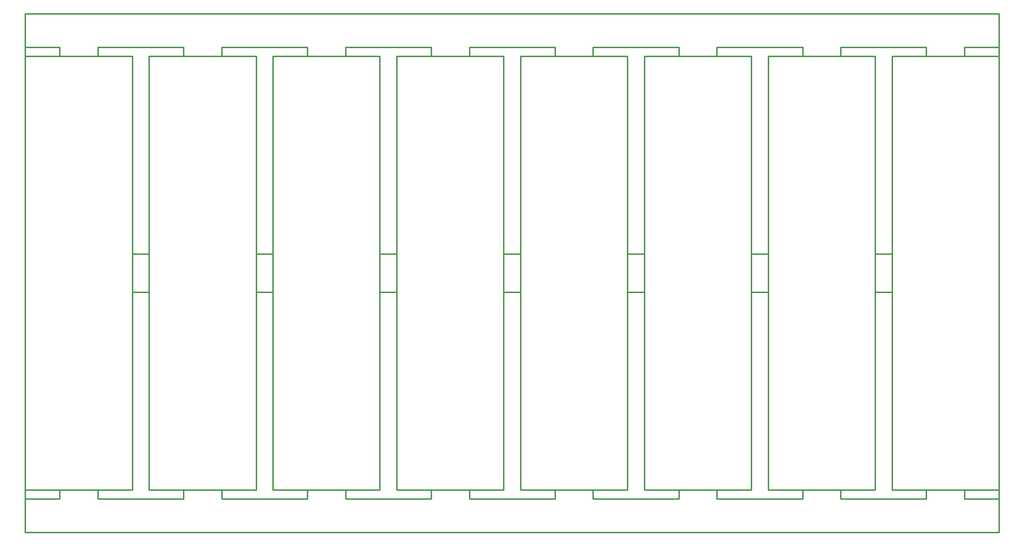
<source format=gko>
G04 Layer: BoardOutlineLayer*
G04 EasyEDA v6.5.23, 2023-06-10 18:06:06*
G04 005a25b84e7a4af980d47e0bcec97dff,5a6b42c53f6a479593ecc07194224c93,10*
G04 Gerber Generator version 0.2*
G04 Scale: 100 percent, Rotated: No, Reflected: No *
G04 Dimensions in millimeters *
G04 leading zeros omitted , absolute positions ,4 integer and 5 decimal *
%FSLAX45Y45*%
%MOMM*%

%ADD10C,0.2540*%
D10*
X50800Y8674100D02*
G01*
X1968500Y8674100D01*
X1968500Y889000D01*
X50800Y889000D01*
X50800Y8674100D01*
X2268499Y8674100D02*
G01*
X4186199Y8674100D01*
X4186199Y889000D01*
X2268499Y889000D01*
X2268499Y8674100D01*
X4486198Y8674100D02*
G01*
X6403898Y8674100D01*
X6403898Y889000D01*
X4486198Y889000D01*
X4486198Y8674100D01*
X6703898Y8674100D02*
G01*
X8621598Y8674100D01*
X8621598Y889000D01*
X6703898Y889000D01*
X6703898Y8674100D01*
X8921597Y8674100D02*
G01*
X10839297Y8674100D01*
X10839297Y889000D01*
X8921597Y889000D01*
X8921597Y8674100D01*
X11139297Y8674100D02*
G01*
X13056997Y8674100D01*
X13056997Y889000D01*
X11139297Y889000D01*
X11139297Y8674100D01*
X13356996Y8674100D02*
G01*
X15274696Y8674100D01*
X15274696Y889000D01*
X13356996Y889000D01*
X13356996Y8674100D01*
X15574695Y8674100D02*
G01*
X17492395Y8674100D01*
X17492395Y889000D01*
X15574695Y889000D01*
X15574695Y8674100D01*
X50800Y9434098D02*
G01*
X17492395Y9434098D01*
X17492395Y129001D01*
X50800Y129001D01*
X50800Y9434098D01*
X667646Y8834099D02*
G01*
X50800Y8834099D01*
X667646Y729000D02*
G01*
X50800Y729000D01*
X2885346Y8834099D02*
G01*
X1351655Y8834099D01*
X2885346Y729000D02*
G01*
X1351655Y729000D01*
X5103045Y8834099D02*
G01*
X3569355Y8834099D01*
X5103045Y729000D02*
G01*
X3569355Y729000D01*
X7320744Y8834099D02*
G01*
X5787054Y8834099D01*
X7320744Y729000D02*
G01*
X5787054Y729000D01*
X9538444Y8834099D02*
G01*
X8004754Y8834099D01*
X9538444Y729000D02*
G01*
X8004754Y729000D01*
X11756143Y8834099D02*
G01*
X10222453Y8834099D01*
X11756143Y729000D02*
G01*
X10222453Y729000D01*
X13973843Y8834099D02*
G01*
X12440152Y8834099D01*
X13973843Y729000D02*
G01*
X12440152Y729000D01*
X16191542Y8834099D02*
G01*
X14657852Y8834099D01*
X16191542Y729000D02*
G01*
X14657852Y729000D01*
X17492395Y8834099D02*
G01*
X16875551Y8834099D01*
X17492395Y729000D02*
G01*
X16875551Y729000D01*
X2259332Y5123553D02*
G01*
X1977666Y5123553D01*
X2259332Y4439544D02*
G01*
X1977666Y4439544D01*
X4477031Y5123553D02*
G01*
X4195366Y5123553D01*
X4477031Y4439544D02*
G01*
X4195366Y4439544D01*
X6694731Y5123553D02*
G01*
X6413065Y5123553D01*
X6694731Y4439544D02*
G01*
X6413065Y4439544D01*
X8912430Y5123553D02*
G01*
X8630765Y5123553D01*
X8912430Y4439544D02*
G01*
X8630765Y4439544D01*
X11130130Y5123553D02*
G01*
X10848464Y5123553D01*
X11130130Y4439544D02*
G01*
X10848464Y4439544D01*
X13347829Y5123553D02*
G01*
X13066163Y5123553D01*
X13347829Y4439544D02*
G01*
X13066163Y4439544D01*
X15565528Y5123553D02*
G01*
X15283863Y5123553D01*
X15565528Y4439544D02*
G01*
X15283863Y4439544D01*
X667646Y8683266D02*
G01*
X667646Y8834099D01*
X667646Y729000D02*
G01*
X667646Y879833D01*
X1351655Y8683266D02*
G01*
X1351655Y8834099D01*
X1351655Y729000D02*
G01*
X1351655Y879833D01*
X2885346Y8683266D02*
G01*
X2885346Y8834099D01*
X2885346Y729000D02*
G01*
X2885346Y879833D01*
X3569355Y8683266D02*
G01*
X3569355Y8834099D01*
X3569355Y729000D02*
G01*
X3569355Y879833D01*
X5103045Y8683266D02*
G01*
X5103045Y8834099D01*
X5103045Y729000D02*
G01*
X5103045Y879833D01*
X5787054Y8683266D02*
G01*
X5787054Y8834099D01*
X5787054Y729000D02*
G01*
X5787054Y879833D01*
X7320744Y8683266D02*
G01*
X7320744Y8834099D01*
X7320744Y729000D02*
G01*
X7320744Y879833D01*
X8004754Y8683266D02*
G01*
X8004754Y8834099D01*
X8004754Y729000D02*
G01*
X8004754Y879833D01*
X9538444Y8683266D02*
G01*
X9538444Y8834099D01*
X9538444Y729000D02*
G01*
X9538444Y879833D01*
X10222453Y8683266D02*
G01*
X10222453Y8834099D01*
X10222453Y729000D02*
G01*
X10222453Y879833D01*
X11756143Y8683266D02*
G01*
X11756143Y8834099D01*
X11756143Y729000D02*
G01*
X11756143Y879833D01*
X12440152Y8683266D02*
G01*
X12440152Y8834099D01*
X12440152Y729000D02*
G01*
X12440152Y879833D01*
X13973843Y8683266D02*
G01*
X13973843Y8834099D01*
X13973843Y729000D02*
G01*
X13973843Y879833D01*
X14657852Y8683266D02*
G01*
X14657852Y8834099D01*
X14657852Y729000D02*
G01*
X14657852Y879833D01*
X16191542Y8683266D02*
G01*
X16191542Y8834099D01*
X16191542Y729000D02*
G01*
X16191542Y879833D01*
X16875551Y8683266D02*
G01*
X16875551Y8834099D01*
X16875551Y729000D02*
G01*
X16875551Y879833D01*

%LPD*%
M02*

</source>
